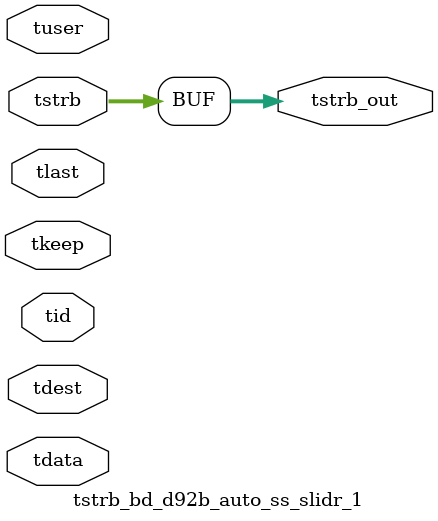
<source format=v>


`timescale 1ps/1ps

module tstrb_bd_d92b_auto_ss_slidr_1 #
(
parameter C_S_AXIS_TDATA_WIDTH = 32,
parameter C_S_AXIS_TUSER_WIDTH = 0,
parameter C_S_AXIS_TID_WIDTH   = 0,
parameter C_S_AXIS_TDEST_WIDTH = 0,
parameter C_M_AXIS_TDATA_WIDTH = 32
)
(
input  [(C_S_AXIS_TDATA_WIDTH == 0 ? 1 : C_S_AXIS_TDATA_WIDTH)-1:0     ] tdata,
input  [(C_S_AXIS_TUSER_WIDTH == 0 ? 1 : C_S_AXIS_TUSER_WIDTH)-1:0     ] tuser,
input  [(C_S_AXIS_TID_WIDTH   == 0 ? 1 : C_S_AXIS_TID_WIDTH)-1:0       ] tid,
input  [(C_S_AXIS_TDEST_WIDTH == 0 ? 1 : C_S_AXIS_TDEST_WIDTH)-1:0     ] tdest,
input  [(C_S_AXIS_TDATA_WIDTH/8)-1:0 ] tkeep,
input  [(C_S_AXIS_TDATA_WIDTH/8)-1:0 ] tstrb,
input                                                                    tlast,
output [(C_M_AXIS_TDATA_WIDTH/8)-1:0 ] tstrb_out
);

assign tstrb_out = {tstrb[7:0]};

endmodule


</source>
